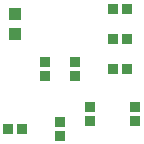
<source format=gbr>
G04 EAGLE Gerber RS-274X export*
G75*
%MOMM*%
%FSLAX34Y34*%
%LPD*%
%INSolderpaste Bottom*%
%IPPOS*%
%AMOC8*
5,1,8,0,0,1.08239X$1,22.5*%
G01*
%ADD10R,0.900000X0.850000*%
%ADD11R,0.850000X0.900000*%
%ADD12R,1.000000X1.100000*%


D10*
X482600Y374100D03*
X482600Y362500D03*
X508000Y386800D03*
X508000Y375200D03*
X469900Y413300D03*
X469900Y424900D03*
X495300Y413300D03*
X495300Y424900D03*
X546100Y386800D03*
X546100Y375200D03*
D11*
X527600Y469900D03*
X539200Y469900D03*
X539200Y444500D03*
X527600Y444500D03*
X527600Y419100D03*
X539200Y419100D03*
D12*
X444500Y465700D03*
X444500Y448700D03*
D11*
X450300Y368300D03*
X438700Y368300D03*
M02*

</source>
